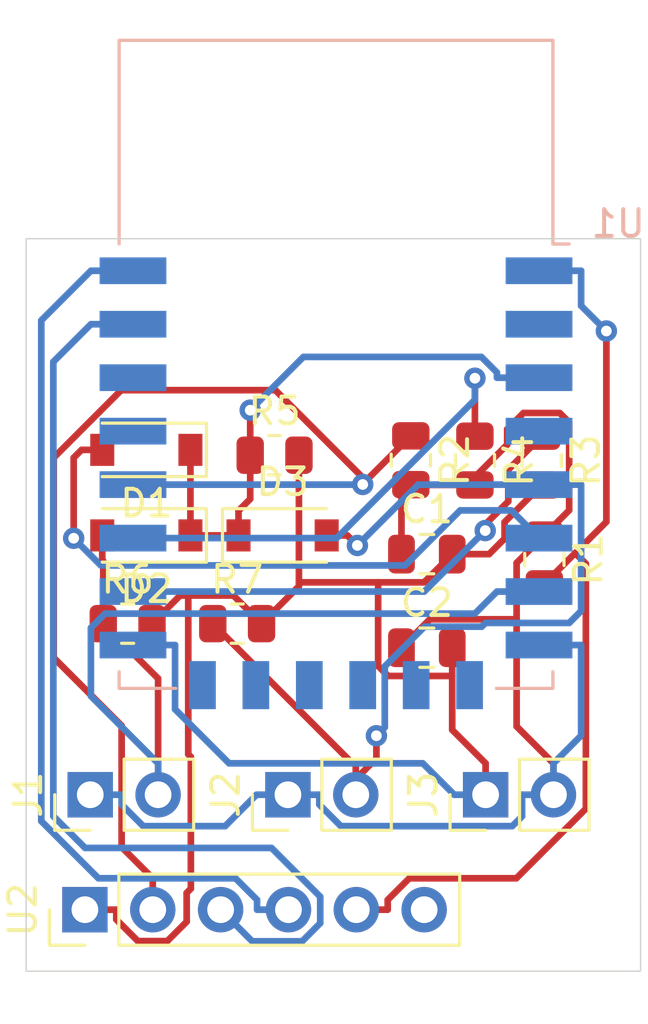
<source format=kicad_pcb>
(kicad_pcb (version 20171130) (host pcbnew "(5.1.9)-1")

  (general
    (thickness 1.6)
    (drawings 7)
    (tracks 186)
    (zones 0)
    (modules 17)
    (nets 13)
  )

  (page A4)
  (layers
    (0 F.Cu signal)
    (31 B.Cu signal)
    (32 B.Adhes user)
    (33 F.Adhes user)
    (34 B.Paste user)
    (35 F.Paste user)
    (36 B.SilkS user)
    (37 F.SilkS user)
    (38 B.Mask user)
    (39 F.Mask user)
    (40 Dwgs.User user)
    (41 Cmts.User user)
    (42 Eco1.User user)
    (43 Eco2.User user)
    (44 Edge.Cuts user)
    (45 Margin user)
    (46 B.CrtYd user)
    (47 F.CrtYd user)
    (48 B.Fab user)
    (49 F.Fab user)
  )

  (setup
    (last_trace_width 0.25)
    (trace_clearance 0.2)
    (zone_clearance 0.508)
    (zone_45_only no)
    (trace_min 0.2)
    (via_size 0.8)
    (via_drill 0.4)
    (via_min_size 0.4)
    (via_min_drill 0.3)
    (uvia_size 0.3)
    (uvia_drill 0.1)
    (uvias_allowed no)
    (uvia_min_size 0.2)
    (uvia_min_drill 0.1)
    (edge_width 0.05)
    (segment_width 0.2)
    (pcb_text_width 0.3)
    (pcb_text_size 1.5 1.5)
    (mod_edge_width 0.12)
    (mod_text_size 1 1)
    (mod_text_width 0.15)
    (pad_size 1.524 1.524)
    (pad_drill 0.762)
    (pad_to_mask_clearance 0)
    (aux_axis_origin 0 0)
    (visible_elements 7FFFFFFF)
    (pcbplotparams
      (layerselection 0x010fc_ffffffff)
      (usegerberextensions false)
      (usegerberattributes true)
      (usegerberadvancedattributes true)
      (creategerberjobfile true)
      (excludeedgelayer true)
      (linewidth 0.100000)
      (plotframeref false)
      (viasonmask false)
      (mode 1)
      (useauxorigin false)
      (hpglpennumber 1)
      (hpglpenspeed 20)
      (hpglpendiameter 15.000000)
      (psnegative false)
      (psa4output false)
      (plotreference true)
      (plotvalue true)
      (plotinvisibletext false)
      (padsonsilk false)
      (subtractmaskfromsilk false)
      (outputformat 1)
      (mirror false)
      (drillshape 1)
      (scaleselection 1)
      (outputdirectory ""))
  )

  (net 0 "")
  (net 1 GND)
  (net 2 +3V3)
  (net 3 /CH_PD)
  (net 4 /GPIO12)
  (net 5 /GPIO13)
  (net 6 /GPIO14)
  (net 7 "Net-(R3-Pad1)")
  (net 8 "Net-(R4-Pad1)")
  (net 9 /RST)
  (net 10 /GPIO0)
  (net 11 /RX)
  (net 12 /TX)

  (net_class Default "This is the default net class."
    (clearance 0.2)
    (trace_width 0.25)
    (via_dia 0.8)
    (via_drill 0.4)
    (uvia_dia 0.3)
    (uvia_drill 0.1)
    (add_net +3V3)
    (add_net /CH_PD)
    (add_net /GPIO0)
    (add_net /GPIO12)
    (add_net /GPIO13)
    (add_net /GPIO14)
    (add_net /RST)
    (add_net /RX)
    (add_net /TX)
    (add_net GND)
    (add_net "Net-(R3-Pad1)")
    (add_net "Net-(R4-Pad1)")
  )

  (module Capacitor_SMD:C_0805_2012Metric (layer F.Cu) (tedit 5F68FEEE) (tstamp 60B15FAF)
    (at 177 114.8)
    (descr "Capacitor SMD 0805 (2012 Metric), square (rectangular) end terminal, IPC_7351 nominal, (Body size source: IPC-SM-782 page 76, https://www.pcb-3d.com/wordpress/wp-content/uploads/ipc-sm-782a_amendment_1_and_2.pdf, https://docs.google.com/spreadsheets/d/1BsfQQcO9C6DZCsRaXUlFlo91Tg2WpOkGARC1WS5S8t0/edit?usp=sharing), generated with kicad-footprint-generator")
    (tags capacitor)
    (path /60B6FA1D)
    (attr smd)
    (fp_text reference C1 (at 0 -1.68) (layer F.SilkS)
      (effects (font (size 1 1) (thickness 0.15)))
    )
    (fp_text value 10uF (at 0 1.68) (layer F.Fab)
      (effects (font (size 1 1) (thickness 0.15)))
    )
    (fp_line (start -1 0.625) (end -1 -0.625) (layer F.Fab) (width 0.1))
    (fp_line (start -1 -0.625) (end 1 -0.625) (layer F.Fab) (width 0.1))
    (fp_line (start 1 -0.625) (end 1 0.625) (layer F.Fab) (width 0.1))
    (fp_line (start 1 0.625) (end -1 0.625) (layer F.Fab) (width 0.1))
    (fp_line (start -0.261252 -0.735) (end 0.261252 -0.735) (layer F.SilkS) (width 0.12))
    (fp_line (start -0.261252 0.735) (end 0.261252 0.735) (layer F.SilkS) (width 0.12))
    (fp_line (start -1.7 0.98) (end -1.7 -0.98) (layer F.CrtYd) (width 0.05))
    (fp_line (start -1.7 -0.98) (end 1.7 -0.98) (layer F.CrtYd) (width 0.05))
    (fp_line (start 1.7 -0.98) (end 1.7 0.98) (layer F.CrtYd) (width 0.05))
    (fp_line (start 1.7 0.98) (end -1.7 0.98) (layer F.CrtYd) (width 0.05))
    (fp_text user %R (at 0 0) (layer F.Fab)
      (effects (font (size 0.5 0.5) (thickness 0.08)))
    )
    (pad 2 smd roundrect (at 0.95 0) (size 1 1.45) (layers F.Cu F.Paste F.Mask) (roundrect_rratio 0.25)
      (net 1 GND))
    (pad 1 smd roundrect (at -0.95 0) (size 1 1.45) (layers F.Cu F.Paste F.Mask) (roundrect_rratio 0.25)
      (net 2 +3V3))
    (model ${KISYS3DMOD}/Capacitor_SMD.3dshapes/C_0805_2012Metric.wrl
      (at (xyz 0 0 0))
      (scale (xyz 1 1 1))
      (rotate (xyz 0 0 0))
    )
  )

  (module Capacitor_SMD:C_0805_2012Metric (layer F.Cu) (tedit 5F68FEEE) (tstamp 60B16114)
    (at 177 118.3)
    (descr "Capacitor SMD 0805 (2012 Metric), square (rectangular) end terminal, IPC_7351 nominal, (Body size source: IPC-SM-782 page 76, https://www.pcb-3d.com/wordpress/wp-content/uploads/ipc-sm-782a_amendment_1_and_2.pdf, https://docs.google.com/spreadsheets/d/1BsfQQcO9C6DZCsRaXUlFlo91Tg2WpOkGARC1WS5S8t0/edit?usp=sharing), generated with kicad-footprint-generator")
    (tags capacitor)
    (path /60B72B1E)
    (attr smd)
    (fp_text reference C2 (at 0 -1.68) (layer F.SilkS)
      (effects (font (size 1 1) (thickness 0.15)))
    )
    (fp_text value 100nF (at 0 1.68) (layer F.Fab)
      (effects (font (size 1 1) (thickness 0.15)))
    )
    (fp_line (start 1.7 0.98) (end -1.7 0.98) (layer F.CrtYd) (width 0.05))
    (fp_line (start 1.7 -0.98) (end 1.7 0.98) (layer F.CrtYd) (width 0.05))
    (fp_line (start -1.7 -0.98) (end 1.7 -0.98) (layer F.CrtYd) (width 0.05))
    (fp_line (start -1.7 0.98) (end -1.7 -0.98) (layer F.CrtYd) (width 0.05))
    (fp_line (start -0.261252 0.735) (end 0.261252 0.735) (layer F.SilkS) (width 0.12))
    (fp_line (start -0.261252 -0.735) (end 0.261252 -0.735) (layer F.SilkS) (width 0.12))
    (fp_line (start 1 0.625) (end -1 0.625) (layer F.Fab) (width 0.1))
    (fp_line (start 1 -0.625) (end 1 0.625) (layer F.Fab) (width 0.1))
    (fp_line (start -1 -0.625) (end 1 -0.625) (layer F.Fab) (width 0.1))
    (fp_line (start -1 0.625) (end -1 -0.625) (layer F.Fab) (width 0.1))
    (fp_text user %R (at 0 0) (layer F.Fab)
      (effects (font (size 0.5 0.5) (thickness 0.08)))
    )
    (pad 1 smd roundrect (at -0.95 0) (size 1 1.45) (layers F.Cu F.Paste F.Mask) (roundrect_rratio 0.25)
      (net 2 +3V3))
    (pad 2 smd roundrect (at 0.95 0) (size 1 1.45) (layers F.Cu F.Paste F.Mask) (roundrect_rratio 0.25)
      (net 1 GND))
    (model ${KISYS3DMOD}/Capacitor_SMD.3dshapes/C_0805_2012Metric.wrl
      (at (xyz 0 0 0))
      (scale (xyz 1 1 1))
      (rotate (xyz 0 0 0))
    )
  )

  (module Connector_PinHeader_2.54mm:PinHeader_1x02_P2.54mm_Vertical (layer F.Cu) (tedit 59FED5CC) (tstamp 60B16092)
    (at 164.4 123.8 90)
    (descr "Through hole straight pin header, 1x02, 2.54mm pitch, single row")
    (tags "Through hole pin header THT 1x02 2.54mm single row")
    (path /60B69ADF)
    (fp_text reference J1 (at 0 -2.33 90) (layer F.SilkS)
      (effects (font (size 1 1) (thickness 0.15)))
    )
    (fp_text value Switch_1 (at 0 4.87 90) (layer F.Fab)
      (effects (font (size 1 1) (thickness 0.15)))
    )
    (fp_line (start -0.635 -1.27) (end 1.27 -1.27) (layer F.Fab) (width 0.1))
    (fp_line (start 1.27 -1.27) (end 1.27 3.81) (layer F.Fab) (width 0.1))
    (fp_line (start 1.27 3.81) (end -1.27 3.81) (layer F.Fab) (width 0.1))
    (fp_line (start -1.27 3.81) (end -1.27 -0.635) (layer F.Fab) (width 0.1))
    (fp_line (start -1.27 -0.635) (end -0.635 -1.27) (layer F.Fab) (width 0.1))
    (fp_line (start -1.33 3.87) (end 1.33 3.87) (layer F.SilkS) (width 0.12))
    (fp_line (start -1.33 1.27) (end -1.33 3.87) (layer F.SilkS) (width 0.12))
    (fp_line (start 1.33 1.27) (end 1.33 3.87) (layer F.SilkS) (width 0.12))
    (fp_line (start -1.33 1.27) (end 1.33 1.27) (layer F.SilkS) (width 0.12))
    (fp_line (start -1.33 0) (end -1.33 -1.33) (layer F.SilkS) (width 0.12))
    (fp_line (start -1.33 -1.33) (end 0 -1.33) (layer F.SilkS) (width 0.12))
    (fp_line (start -1.8 -1.8) (end -1.8 4.35) (layer F.CrtYd) (width 0.05))
    (fp_line (start -1.8 4.35) (end 1.8 4.35) (layer F.CrtYd) (width 0.05))
    (fp_line (start 1.8 4.35) (end 1.8 -1.8) (layer F.CrtYd) (width 0.05))
    (fp_line (start 1.8 -1.8) (end -1.8 -1.8) (layer F.CrtYd) (width 0.05))
    (fp_text user %R (at 0 1.27) (layer F.Fab)
      (effects (font (size 1 1) (thickness 0.15)))
    )
    (pad 2 thru_hole oval (at 0 2.54 90) (size 1.7 1.7) (drill 1) (layers *.Cu *.Mask)
      (net 5 /GPIO13))
    (pad 1 thru_hole rect (at 0 0 90) (size 1.7 1.7) (drill 1) (layers *.Cu *.Mask)
      (net 2 +3V3))
    (model ${KISYS3DMOD}/Connector_PinHeader_2.54mm.3dshapes/PinHeader_1x02_P2.54mm_Vertical.wrl
      (at (xyz 0 0 0))
      (scale (xyz 1 1 1))
      (rotate (xyz 0 0 0))
    )
  )

  (module Connector_PinHeader_2.54mm:PinHeader_1x02_P2.54mm_Vertical (layer F.Cu) (tedit 59FED5CC) (tstamp 60B15F2D)
    (at 171.8 123.8 90)
    (descr "Through hole straight pin header, 1x02, 2.54mm pitch, single row")
    (tags "Through hole pin header THT 1x02 2.54mm single row")
    (path /60B5CB01)
    (fp_text reference J2 (at 0 -2.33 90) (layer F.SilkS)
      (effects (font (size 1 1) (thickness 0.15)))
    )
    (fp_text value Switch_2 (at 0 4.87 90) (layer F.Fab)
      (effects (font (size 1 1) (thickness 0.15)))
    )
    (fp_line (start 1.8 -1.8) (end -1.8 -1.8) (layer F.CrtYd) (width 0.05))
    (fp_line (start 1.8 4.35) (end 1.8 -1.8) (layer F.CrtYd) (width 0.05))
    (fp_line (start -1.8 4.35) (end 1.8 4.35) (layer F.CrtYd) (width 0.05))
    (fp_line (start -1.8 -1.8) (end -1.8 4.35) (layer F.CrtYd) (width 0.05))
    (fp_line (start -1.33 -1.33) (end 0 -1.33) (layer F.SilkS) (width 0.12))
    (fp_line (start -1.33 0) (end -1.33 -1.33) (layer F.SilkS) (width 0.12))
    (fp_line (start -1.33 1.27) (end 1.33 1.27) (layer F.SilkS) (width 0.12))
    (fp_line (start 1.33 1.27) (end 1.33 3.87) (layer F.SilkS) (width 0.12))
    (fp_line (start -1.33 1.27) (end -1.33 3.87) (layer F.SilkS) (width 0.12))
    (fp_line (start -1.33 3.87) (end 1.33 3.87) (layer F.SilkS) (width 0.12))
    (fp_line (start -1.27 -0.635) (end -0.635 -1.27) (layer F.Fab) (width 0.1))
    (fp_line (start -1.27 3.81) (end -1.27 -0.635) (layer F.Fab) (width 0.1))
    (fp_line (start 1.27 3.81) (end -1.27 3.81) (layer F.Fab) (width 0.1))
    (fp_line (start 1.27 -1.27) (end 1.27 3.81) (layer F.Fab) (width 0.1))
    (fp_line (start -0.635 -1.27) (end 1.27 -1.27) (layer F.Fab) (width 0.1))
    (fp_text user %R (at 0 1.27) (layer F.Fab)
      (effects (font (size 1 1) (thickness 0.15)))
    )
    (pad 1 thru_hole rect (at 0 0 90) (size 1.7 1.7) (drill 1) (layers *.Cu *.Mask)
      (net 2 +3V3))
    (pad 2 thru_hole oval (at 0 2.54 90) (size 1.7 1.7) (drill 1) (layers *.Cu *.Mask)
      (net 6 /GPIO14))
    (model ${KISYS3DMOD}/Connector_PinHeader_2.54mm.3dshapes/PinHeader_1x02_P2.54mm_Vertical.wrl
      (at (xyz 0 0 0))
      (scale (xyz 1 1 1))
      (rotate (xyz 0 0 0))
    )
  )

  (module RF_Module:ESP-12E (layer B.Cu) (tedit 5A030172) (tstamp 60B16009)
    (at 173.6 107.7 180)
    (descr "Wi-Fi Module, http://wiki.ai-thinker.com/_media/esp8266/docs/aithinker_esp_12f_datasheet_en.pdf")
    (tags "Wi-Fi Module")
    (path /60AE687C)
    (attr smd)
    (fp_text reference U1 (at -10.56 5.26) (layer B.SilkS)
      (effects (font (size 1 1) (thickness 0.15)) (justify mirror))
    )
    (fp_text value ESP-12F (at -0.06 12.78) (layer B.Fab)
      (effects (font (size 1 1) (thickness 0.15)) (justify mirror))
    )
    (fp_line (start 5.56 4.8) (end 8.12 7.36) (layer Dwgs.User) (width 0.12))
    (fp_line (start 2.56 4.8) (end 8.12 10.36) (layer Dwgs.User) (width 0.12))
    (fp_line (start -0.44 4.8) (end 6.88 12.12) (layer Dwgs.User) (width 0.12))
    (fp_line (start -3.44 4.8) (end 3.88 12.12) (layer Dwgs.User) (width 0.12))
    (fp_line (start -6.44 4.8) (end 0.88 12.12) (layer Dwgs.User) (width 0.12))
    (fp_line (start -8.12 6.12) (end -2.12 12.12) (layer Dwgs.User) (width 0.12))
    (fp_line (start -8.12 9.12) (end -5.12 12.12) (layer Dwgs.User) (width 0.12))
    (fp_line (start -8.12 4.8) (end -8.12 12.12) (layer Dwgs.User) (width 0.12))
    (fp_line (start 8.12 4.8) (end -8.12 4.8) (layer Dwgs.User) (width 0.12))
    (fp_line (start 8.12 12.12) (end 8.12 4.8) (layer Dwgs.User) (width 0.12))
    (fp_line (start -8.12 12.12) (end 8.12 12.12) (layer Dwgs.User) (width 0.12))
    (fp_line (start -8.12 4.5) (end -8.73 4.5) (layer B.SilkS) (width 0.12))
    (fp_line (start -8.12 4.5) (end -8.12 12.12) (layer B.SilkS) (width 0.12))
    (fp_line (start -8.12 -12.12) (end -8.12 -11.5) (layer B.SilkS) (width 0.12))
    (fp_line (start -6 -12.12) (end -8.12 -12.12) (layer B.SilkS) (width 0.12))
    (fp_line (start 8.12 -12.12) (end 6 -12.12) (layer B.SilkS) (width 0.12))
    (fp_line (start 8.12 -11.5) (end 8.12 -12.12) (layer B.SilkS) (width 0.12))
    (fp_line (start 8.12 12.12) (end 8.12 4.5) (layer B.SilkS) (width 0.12))
    (fp_line (start -8.12 12.12) (end 8.12 12.12) (layer B.SilkS) (width 0.12))
    (fp_line (start -9.05 -13.1) (end -9.05 12.2) (layer B.CrtYd) (width 0.05))
    (fp_line (start 9.05 -13.1) (end -9.05 -13.1) (layer B.CrtYd) (width 0.05))
    (fp_line (start 9.05 12.2) (end 9.05 -13.1) (layer B.CrtYd) (width 0.05))
    (fp_line (start -9.05 12.2) (end 9.05 12.2) (layer B.CrtYd) (width 0.05))
    (fp_line (start -8 4) (end -8 12) (layer B.Fab) (width 0.12))
    (fp_line (start -7.5 3.5) (end -8 4) (layer B.Fab) (width 0.12))
    (fp_line (start -8 3) (end -7.5 3.5) (layer B.Fab) (width 0.12))
    (fp_line (start -8 -12) (end -8 3) (layer B.Fab) (width 0.12))
    (fp_line (start 8 -12) (end -8 -12) (layer B.Fab) (width 0.12))
    (fp_line (start 8 12) (end 8 -12) (layer B.Fab) (width 0.12))
    (fp_line (start -8 12) (end 8 12) (layer B.Fab) (width 0.12))
    (fp_text user Antenna (at -0.06 7 180) (layer Cmts.User)
      (effects (font (size 1 1) (thickness 0.15)))
    )
    (fp_text user "KEEP-OUT ZONE" (at 0.03 9.55 180) (layer Cmts.User)
      (effects (font (size 1 1) (thickness 0.15)))
    )
    (fp_text user %R (at 0.49 0.8) (layer B.Fab)
      (effects (font (size 1 1) (thickness 0.15)) (justify mirror))
    )
    (pad 1 smd rect (at -7.6 3.5 180) (size 2.5 1) (layers B.Cu B.Paste B.Mask)
      (net 9 /RST))
    (pad 2 smd rect (at -7.6 1.5 180) (size 2.5 1) (layers B.Cu B.Paste B.Mask))
    (pad 3 smd rect (at -7.6 -0.5 180) (size 2.5 1) (layers B.Cu B.Paste B.Mask)
      (net 3 /CH_PD))
    (pad 4 smd rect (at -7.6 -2.5 180) (size 2.5 1) (layers B.Cu B.Paste B.Mask))
    (pad 5 smd rect (at -7.6 -4.5 180) (size 2.5 1) (layers B.Cu B.Paste B.Mask)
      (net 6 /GPIO14))
    (pad 6 smd rect (at -7.6 -6.5 180) (size 2.5 1) (layers B.Cu B.Paste B.Mask)
      (net 4 /GPIO12))
    (pad 7 smd rect (at -7.6 -8.5 180) (size 2.5 1) (layers B.Cu B.Paste B.Mask)
      (net 5 /GPIO13))
    (pad 8 smd rect (at -7.6 -10.5 180) (size 2.5 1) (layers B.Cu B.Paste B.Mask)
      (net 2 +3V3))
    (pad 9 smd rect (at -5 -12 180) (size 1 1.8) (layers B.Cu B.Paste B.Mask))
    (pad 10 smd rect (at -3 -12 180) (size 1 1.8) (layers B.Cu B.Paste B.Mask))
    (pad 11 smd rect (at -1 -12 180) (size 1 1.8) (layers B.Cu B.Paste B.Mask))
    (pad 12 smd rect (at 1 -12 180) (size 1 1.8) (layers B.Cu B.Paste B.Mask))
    (pad 13 smd rect (at 3 -12 180) (size 1 1.8) (layers B.Cu B.Paste B.Mask))
    (pad 14 smd rect (at 5 -12 180) (size 1 1.8) (layers B.Cu B.Paste B.Mask))
    (pad 15 smd rect (at 7.6 -10.5 180) (size 2.5 1) (layers B.Cu B.Paste B.Mask)
      (net 1 GND))
    (pad 16 smd rect (at 7.6 -8.5 180) (size 2.5 1) (layers B.Cu B.Paste B.Mask)
      (net 7 "Net-(R3-Pad1)"))
    (pad 17 smd rect (at 7.6 -6.5 180) (size 2.5 1) (layers B.Cu B.Paste B.Mask)
      (net 8 "Net-(R4-Pad1)"))
    (pad 18 smd rect (at 7.6 -4.5 180) (size 2.5 1) (layers B.Cu B.Paste B.Mask)
      (net 10 /GPIO0))
    (pad 19 smd rect (at 7.6 -2.5 180) (size 2.5 1) (layers B.Cu B.Paste B.Mask))
    (pad 20 smd rect (at 7.6 -0.5 180) (size 2.5 1) (layers B.Cu B.Paste B.Mask))
    (pad 21 smd rect (at 7.6 1.5 180) (size 2.5 1) (layers B.Cu B.Paste B.Mask)
      (net 11 /RX))
    (pad 22 smd rect (at 7.6 3.5 180) (size 2.5 1) (layers B.Cu B.Paste B.Mask)
      (net 12 /TX))
    (model ${KISYS3DMOD}/RF_Module.3dshapes/ESP-12E.wrl
      (at (xyz 0 0 0))
      (scale (xyz 1 1 1))
      (rotate (xyz 0 0 0))
    )
  )

  (module Connector_PinHeader_2.54mm:PinHeader_1x02_P2.54mm_Vertical (layer F.Cu) (tedit 59FED5CC) (tstamp 60B15EA6)
    (at 179.2 123.8 90)
    (descr "Through hole straight pin header, 1x02, 2.54mm pitch, single row")
    (tags "Through hole pin header THT 1x02 2.54mm single row")
    (path /60BC9D92)
    (fp_text reference J3 (at 0 -2.33 90) (layer F.SilkS)
      (effects (font (size 1 1) (thickness 0.15)))
    )
    (fp_text value Battery (at 0 4.87 90) (layer F.Fab)
      (effects (font (size 1 1) (thickness 0.15)))
    )
    (fp_line (start -0.635 -1.27) (end 1.27 -1.27) (layer F.Fab) (width 0.1))
    (fp_line (start 1.27 -1.27) (end 1.27 3.81) (layer F.Fab) (width 0.1))
    (fp_line (start 1.27 3.81) (end -1.27 3.81) (layer F.Fab) (width 0.1))
    (fp_line (start -1.27 3.81) (end -1.27 -0.635) (layer F.Fab) (width 0.1))
    (fp_line (start -1.27 -0.635) (end -0.635 -1.27) (layer F.Fab) (width 0.1))
    (fp_line (start -1.33 3.87) (end 1.33 3.87) (layer F.SilkS) (width 0.12))
    (fp_line (start -1.33 1.27) (end -1.33 3.87) (layer F.SilkS) (width 0.12))
    (fp_line (start 1.33 1.27) (end 1.33 3.87) (layer F.SilkS) (width 0.12))
    (fp_line (start -1.33 1.27) (end 1.33 1.27) (layer F.SilkS) (width 0.12))
    (fp_line (start -1.33 0) (end -1.33 -1.33) (layer F.SilkS) (width 0.12))
    (fp_line (start -1.33 -1.33) (end 0 -1.33) (layer F.SilkS) (width 0.12))
    (fp_line (start -1.8 -1.8) (end -1.8 4.35) (layer F.CrtYd) (width 0.05))
    (fp_line (start -1.8 4.35) (end 1.8 4.35) (layer F.CrtYd) (width 0.05))
    (fp_line (start 1.8 4.35) (end 1.8 -1.8) (layer F.CrtYd) (width 0.05))
    (fp_line (start 1.8 -1.8) (end -1.8 -1.8) (layer F.CrtYd) (width 0.05))
    (fp_text user %R (at 0 1.27) (layer F.Fab)
      (effects (font (size 1 1) (thickness 0.15)))
    )
    (pad 1 thru_hole rect (at 0 0 90) (size 1.7 1.7) (drill 1) (layers *.Cu *.Mask)
      (net 1 GND))
    (pad 2 thru_hole oval (at 0 2.54 90) (size 1.7 1.7) (drill 1) (layers *.Cu *.Mask)
      (net 2 +3V3))
    (model ${KISYS3DMOD}/Connector_PinHeader_2.54mm.3dshapes/PinHeader_1x02_P2.54mm_Vertical.wrl
      (at (xyz 0 0 0))
      (scale (xyz 1 1 1))
      (rotate (xyz 0 0 0))
    )
  )

  (module Diode_SMD:D_SOD-123 (layer F.Cu) (tedit 58645DC7) (tstamp 60B15F6F)
    (at 166.5 110.9 180)
    (descr SOD-123)
    (tags SOD-123)
    (path /60B242E1)
    (attr smd)
    (fp_text reference D1 (at 0 -2) (layer F.SilkS)
      (effects (font (size 1 1) (thickness 0.15)))
    )
    (fp_text value 1N4007 (at 0 2.1) (layer F.Fab)
      (effects (font (size 1 1) (thickness 0.15)))
    )
    (fp_line (start -2.25 -1) (end -2.25 1) (layer F.SilkS) (width 0.12))
    (fp_line (start 0.25 0) (end 0.75 0) (layer F.Fab) (width 0.1))
    (fp_line (start 0.25 0.4) (end -0.35 0) (layer F.Fab) (width 0.1))
    (fp_line (start 0.25 -0.4) (end 0.25 0.4) (layer F.Fab) (width 0.1))
    (fp_line (start -0.35 0) (end 0.25 -0.4) (layer F.Fab) (width 0.1))
    (fp_line (start -0.35 0) (end -0.35 0.55) (layer F.Fab) (width 0.1))
    (fp_line (start -0.35 0) (end -0.35 -0.55) (layer F.Fab) (width 0.1))
    (fp_line (start -0.75 0) (end -0.35 0) (layer F.Fab) (width 0.1))
    (fp_line (start -1.4 0.9) (end -1.4 -0.9) (layer F.Fab) (width 0.1))
    (fp_line (start 1.4 0.9) (end -1.4 0.9) (layer F.Fab) (width 0.1))
    (fp_line (start 1.4 -0.9) (end 1.4 0.9) (layer F.Fab) (width 0.1))
    (fp_line (start -1.4 -0.9) (end 1.4 -0.9) (layer F.Fab) (width 0.1))
    (fp_line (start -2.35 -1.15) (end 2.35 -1.15) (layer F.CrtYd) (width 0.05))
    (fp_line (start 2.35 -1.15) (end 2.35 1.15) (layer F.CrtYd) (width 0.05))
    (fp_line (start 2.35 1.15) (end -2.35 1.15) (layer F.CrtYd) (width 0.05))
    (fp_line (start -2.35 -1.15) (end -2.35 1.15) (layer F.CrtYd) (width 0.05))
    (fp_line (start -2.25 1) (end 1.65 1) (layer F.SilkS) (width 0.12))
    (fp_line (start -2.25 -1) (end 1.65 -1) (layer F.SilkS) (width 0.12))
    (fp_text user %R (at 0 -2) (layer F.Fab)
      (effects (font (size 1 1) (thickness 0.15)))
    )
    (pad 1 smd rect (at -1.65 0 180) (size 0.9 1.2) (layers F.Cu F.Paste F.Mask)
      (net 3 /CH_PD))
    (pad 2 smd rect (at 1.65 0 180) (size 0.9 1.2) (layers F.Cu F.Paste F.Mask)
      (net 4 /GPIO12))
    (model ${KISYS3DMOD}/Diode_SMD.3dshapes/D_SOD-123.wrl
      (at (xyz 0 0 0))
      (scale (xyz 1 1 1))
      (rotate (xyz 0 0 0))
    )
  )

  (module Diode_SMD:D_SOD-123 (layer F.Cu) (tedit 58645DC7) (tstamp 60B15EE8)
    (at 166.5 114.1 180)
    (descr SOD-123)
    (tags SOD-123)
    (path /60B221AD)
    (attr smd)
    (fp_text reference D2 (at 0 -2) (layer F.SilkS)
      (effects (font (size 1 1) (thickness 0.15)))
    )
    (fp_text value 1N4007 (at 0 2.1) (layer F.Fab)
      (effects (font (size 1 1) (thickness 0.15)))
    )
    (fp_line (start -2.25 -1) (end -2.25 1) (layer F.SilkS) (width 0.12))
    (fp_line (start 0.25 0) (end 0.75 0) (layer F.Fab) (width 0.1))
    (fp_line (start 0.25 0.4) (end -0.35 0) (layer F.Fab) (width 0.1))
    (fp_line (start 0.25 -0.4) (end 0.25 0.4) (layer F.Fab) (width 0.1))
    (fp_line (start -0.35 0) (end 0.25 -0.4) (layer F.Fab) (width 0.1))
    (fp_line (start -0.35 0) (end -0.35 0.55) (layer F.Fab) (width 0.1))
    (fp_line (start -0.35 0) (end -0.35 -0.55) (layer F.Fab) (width 0.1))
    (fp_line (start -0.75 0) (end -0.35 0) (layer F.Fab) (width 0.1))
    (fp_line (start -1.4 0.9) (end -1.4 -0.9) (layer F.Fab) (width 0.1))
    (fp_line (start 1.4 0.9) (end -1.4 0.9) (layer F.Fab) (width 0.1))
    (fp_line (start 1.4 -0.9) (end 1.4 0.9) (layer F.Fab) (width 0.1))
    (fp_line (start -1.4 -0.9) (end 1.4 -0.9) (layer F.Fab) (width 0.1))
    (fp_line (start -2.35 -1.15) (end 2.35 -1.15) (layer F.CrtYd) (width 0.05))
    (fp_line (start 2.35 -1.15) (end 2.35 1.15) (layer F.CrtYd) (width 0.05))
    (fp_line (start 2.35 1.15) (end -2.35 1.15) (layer F.CrtYd) (width 0.05))
    (fp_line (start -2.35 -1.15) (end -2.35 1.15) (layer F.CrtYd) (width 0.05))
    (fp_line (start -2.25 1) (end 1.65 1) (layer F.SilkS) (width 0.12))
    (fp_line (start -2.25 -1) (end 1.65 -1) (layer F.SilkS) (width 0.12))
    (fp_text user %R (at 0 -2) (layer F.Fab)
      (effects (font (size 1 1) (thickness 0.15)))
    )
    (pad 1 smd rect (at -1.65 0 180) (size 0.9 1.2) (layers F.Cu F.Paste F.Mask)
      (net 3 /CH_PD))
    (pad 2 smd rect (at 1.65 0 180) (size 0.9 1.2) (layers F.Cu F.Paste F.Mask)
      (net 5 /GPIO13))
    (model ${KISYS3DMOD}/Diode_SMD.3dshapes/D_SOD-123.wrl
      (at (xyz 0 0 0))
      (scale (xyz 1 1 1))
      (rotate (xyz 0 0 0))
    )
  )

  (module Diode_SMD:D_SOD-123 (layer F.Cu) (tedit 58645DC7) (tstamp 60B160D4)
    (at 171.6 114.1)
    (descr SOD-123)
    (tags SOD-123)
    (path /60B23F6F)
    (attr smd)
    (fp_text reference D3 (at 0 -2) (layer F.SilkS)
      (effects (font (size 1 1) (thickness 0.15)))
    )
    (fp_text value 1N4007 (at 0 2.1) (layer F.Fab)
      (effects (font (size 1 1) (thickness 0.15)))
    )
    (fp_line (start -2.25 -1) (end 1.65 -1) (layer F.SilkS) (width 0.12))
    (fp_line (start -2.25 1) (end 1.65 1) (layer F.SilkS) (width 0.12))
    (fp_line (start -2.35 -1.15) (end -2.35 1.15) (layer F.CrtYd) (width 0.05))
    (fp_line (start 2.35 1.15) (end -2.35 1.15) (layer F.CrtYd) (width 0.05))
    (fp_line (start 2.35 -1.15) (end 2.35 1.15) (layer F.CrtYd) (width 0.05))
    (fp_line (start -2.35 -1.15) (end 2.35 -1.15) (layer F.CrtYd) (width 0.05))
    (fp_line (start -1.4 -0.9) (end 1.4 -0.9) (layer F.Fab) (width 0.1))
    (fp_line (start 1.4 -0.9) (end 1.4 0.9) (layer F.Fab) (width 0.1))
    (fp_line (start 1.4 0.9) (end -1.4 0.9) (layer F.Fab) (width 0.1))
    (fp_line (start -1.4 0.9) (end -1.4 -0.9) (layer F.Fab) (width 0.1))
    (fp_line (start -0.75 0) (end -0.35 0) (layer F.Fab) (width 0.1))
    (fp_line (start -0.35 0) (end -0.35 -0.55) (layer F.Fab) (width 0.1))
    (fp_line (start -0.35 0) (end -0.35 0.55) (layer F.Fab) (width 0.1))
    (fp_line (start -0.35 0) (end 0.25 -0.4) (layer F.Fab) (width 0.1))
    (fp_line (start 0.25 -0.4) (end 0.25 0.4) (layer F.Fab) (width 0.1))
    (fp_line (start 0.25 0.4) (end -0.35 0) (layer F.Fab) (width 0.1))
    (fp_line (start 0.25 0) (end 0.75 0) (layer F.Fab) (width 0.1))
    (fp_line (start -2.25 -1) (end -2.25 1) (layer F.SilkS) (width 0.12))
    (fp_text user %R (at 0 -2) (layer F.Fab)
      (effects (font (size 1 1) (thickness 0.15)))
    )
    (pad 2 smd rect (at 1.65 0) (size 0.9 1.2) (layers F.Cu F.Paste F.Mask)
      (net 6 /GPIO14))
    (pad 1 smd rect (at -1.65 0) (size 0.9 1.2) (layers F.Cu F.Paste F.Mask)
      (net 3 /CH_PD))
    (model ${KISYS3DMOD}/Diode_SMD.3dshapes/D_SOD-123.wrl
      (at (xyz 0 0 0))
      (scale (xyz 1 1 1))
      (rotate (xyz 0 0 0))
    )
  )

  (module Resistor_SMD:R_0805_2012Metric (layer F.Cu) (tedit 5F68FEEE) (tstamp 60B15E71)
    (at 181.4 115 270)
    (descr "Resistor SMD 0805 (2012 Metric), square (rectangular) end terminal, IPC_7351 nominal, (Body size source: IPC-SM-782 page 72, https://www.pcb-3d.com/wordpress/wp-content/uploads/ipc-sm-782a_amendment_1_and_2.pdf), generated with kicad-footprint-generator")
    (tags resistor)
    (path /60B16984)
    (attr smd)
    (fp_text reference R1 (at 0 -1.65 90) (layer F.SilkS)
      (effects (font (size 1 1) (thickness 0.15)))
    )
    (fp_text value 10k (at 0 1.65 90) (layer F.Fab)
      (effects (font (size 1 1) (thickness 0.15)))
    )
    (fp_line (start -1 0.625) (end -1 -0.625) (layer F.Fab) (width 0.1))
    (fp_line (start -1 -0.625) (end 1 -0.625) (layer F.Fab) (width 0.1))
    (fp_line (start 1 -0.625) (end 1 0.625) (layer F.Fab) (width 0.1))
    (fp_line (start 1 0.625) (end -1 0.625) (layer F.Fab) (width 0.1))
    (fp_line (start -0.227064 -0.735) (end 0.227064 -0.735) (layer F.SilkS) (width 0.12))
    (fp_line (start -0.227064 0.735) (end 0.227064 0.735) (layer F.SilkS) (width 0.12))
    (fp_line (start -1.68 0.95) (end -1.68 -0.95) (layer F.CrtYd) (width 0.05))
    (fp_line (start -1.68 -0.95) (end 1.68 -0.95) (layer F.CrtYd) (width 0.05))
    (fp_line (start 1.68 -0.95) (end 1.68 0.95) (layer F.CrtYd) (width 0.05))
    (fp_line (start 1.68 0.95) (end -1.68 0.95) (layer F.CrtYd) (width 0.05))
    (fp_text user %R (at 0 0 90) (layer F.Fab)
      (effects (font (size 0.5 0.5) (thickness 0.08)))
    )
    (pad 1 smd roundrect (at -0.9125 0 270) (size 1.025 1.4) (layers F.Cu F.Paste F.Mask) (roundrect_rratio 0.243902)
      (net 2 +3V3))
    (pad 2 smd roundrect (at 0.9125 0 270) (size 1.025 1.4) (layers F.Cu F.Paste F.Mask) (roundrect_rratio 0.243902)
      (net 9 /RST))
    (model ${KISYS3DMOD}/Resistor_SMD.3dshapes/R_0805_2012Metric.wrl
      (at (xyz 0 0 0))
      (scale (xyz 1 1 1))
      (rotate (xyz 0 0 0))
    )
  )

  (module Resistor_SMD:R_0805_2012Metric (layer F.Cu) (tedit 5F68FEEE) (tstamp 60B15DE1)
    (at 176.4 111.288 270)
    (descr "Resistor SMD 0805 (2012 Metric), square (rectangular) end terminal, IPC_7351 nominal, (Body size source: IPC-SM-782 page 72, https://www.pcb-3d.com/wordpress/wp-content/uploads/ipc-sm-782a_amendment_1_and_2.pdf), generated with kicad-footprint-generator")
    (tags resistor)
    (path /60B5027F)
    (attr smd)
    (fp_text reference R2 (at 0 -1.65 90) (layer F.SilkS)
      (effects (font (size 1 1) (thickness 0.15)))
    )
    (fp_text value 10k (at 0 1.65 90) (layer F.Fab)
      (effects (font (size 1 1) (thickness 0.15)))
    )
    (fp_line (start 1.68 0.95) (end -1.68 0.95) (layer F.CrtYd) (width 0.05))
    (fp_line (start 1.68 -0.95) (end 1.68 0.95) (layer F.CrtYd) (width 0.05))
    (fp_line (start -1.68 -0.95) (end 1.68 -0.95) (layer F.CrtYd) (width 0.05))
    (fp_line (start -1.68 0.95) (end -1.68 -0.95) (layer F.CrtYd) (width 0.05))
    (fp_line (start -0.227064 0.735) (end 0.227064 0.735) (layer F.SilkS) (width 0.12))
    (fp_line (start -0.227064 -0.735) (end 0.227064 -0.735) (layer F.SilkS) (width 0.12))
    (fp_line (start 1 0.625) (end -1 0.625) (layer F.Fab) (width 0.1))
    (fp_line (start 1 -0.625) (end 1 0.625) (layer F.Fab) (width 0.1))
    (fp_line (start -1 -0.625) (end 1 -0.625) (layer F.Fab) (width 0.1))
    (fp_line (start -1 0.625) (end -1 -0.625) (layer F.Fab) (width 0.1))
    (fp_text user %R (at 0 0 90) (layer F.Fab)
      (effects (font (size 0.5 0.5) (thickness 0.08)))
    )
    (pad 2 smd roundrect (at 0.9125 0 270) (size 1.025 1.4) (layers F.Cu F.Paste F.Mask) (roundrect_rratio 0.243902)
      (net 2 +3V3))
    (pad 1 smd roundrect (at -0.9125 0 270) (size 1.025 1.4) (layers F.Cu F.Paste F.Mask) (roundrect_rratio 0.243902)
      (net 10 /GPIO0))
    (model ${KISYS3DMOD}/Resistor_SMD.3dshapes/R_0805_2012Metric.wrl
      (at (xyz 0 0 0))
      (scale (xyz 1 1 1))
      (rotate (xyz 0 0 0))
    )
  )

  (module Resistor_SMD:R_0805_2012Metric (layer F.Cu) (tedit 5F68FEEE) (tstamp 60B15DB1)
    (at 181.3 111.3 270)
    (descr "Resistor SMD 0805 (2012 Metric), square (rectangular) end terminal, IPC_7351 nominal, (Body size source: IPC-SM-782 page 72, https://www.pcb-3d.com/wordpress/wp-content/uploads/ipc-sm-782a_amendment_1_and_2.pdf), generated with kicad-footprint-generator")
    (tags resistor)
    (path /60B1CEA6)
    (attr smd)
    (fp_text reference R3 (at 0 -1.65 90) (layer F.SilkS)
      (effects (font (size 1 1) (thickness 0.15)))
    )
    (fp_text value 10k (at 0 1.65 90) (layer F.Fab)
      (effects (font (size 1 1) (thickness 0.15)))
    )
    (fp_line (start -1 0.625) (end -1 -0.625) (layer F.Fab) (width 0.1))
    (fp_line (start -1 -0.625) (end 1 -0.625) (layer F.Fab) (width 0.1))
    (fp_line (start 1 -0.625) (end 1 0.625) (layer F.Fab) (width 0.1))
    (fp_line (start 1 0.625) (end -1 0.625) (layer F.Fab) (width 0.1))
    (fp_line (start -0.227064 -0.735) (end 0.227064 -0.735) (layer F.SilkS) (width 0.12))
    (fp_line (start -0.227064 0.735) (end 0.227064 0.735) (layer F.SilkS) (width 0.12))
    (fp_line (start -1.68 0.95) (end -1.68 -0.95) (layer F.CrtYd) (width 0.05))
    (fp_line (start -1.68 -0.95) (end 1.68 -0.95) (layer F.CrtYd) (width 0.05))
    (fp_line (start 1.68 -0.95) (end 1.68 0.95) (layer F.CrtYd) (width 0.05))
    (fp_line (start 1.68 0.95) (end -1.68 0.95) (layer F.CrtYd) (width 0.05))
    (fp_text user %R (at 0 0 90) (layer F.Fab)
      (effects (font (size 0.5 0.5) (thickness 0.08)))
    )
    (pad 1 smd roundrect (at -0.9125 0 270) (size 1.025 1.4) (layers F.Cu F.Paste F.Mask) (roundrect_rratio 0.243902)
      (net 7 "Net-(R3-Pad1)"))
    (pad 2 smd roundrect (at 0.9125 0 270) (size 1.025 1.4) (layers F.Cu F.Paste F.Mask) (roundrect_rratio 0.243902)
      (net 1 GND))
    (model ${KISYS3DMOD}/Resistor_SMD.3dshapes/R_0805_2012Metric.wrl
      (at (xyz 0 0 0))
      (scale (xyz 1 1 1))
      (rotate (xyz 0 0 0))
    )
  )

  (module Resistor_SMD:R_0805_2012Metric (layer F.Cu) (tedit 5F68FEEE) (tstamp 60B15E41)
    (at 178.8 111.3 270)
    (descr "Resistor SMD 0805 (2012 Metric), square (rectangular) end terminal, IPC_7351 nominal, (Body size source: IPC-SM-782 page 72, https://www.pcb-3d.com/wordpress/wp-content/uploads/ipc-sm-782a_amendment_1_and_2.pdf), generated with kicad-footprint-generator")
    (tags resistor)
    (path /60B50B9E)
    (attr smd)
    (fp_text reference R4 (at 0 -1.65 90) (layer F.SilkS)
      (effects (font (size 1 1) (thickness 0.15)))
    )
    (fp_text value 10k (at 0 1.65 90) (layer F.Fab)
      (effects (font (size 1 1) (thickness 0.15)))
    )
    (fp_line (start -1 0.625) (end -1 -0.625) (layer F.Fab) (width 0.1))
    (fp_line (start -1 -0.625) (end 1 -0.625) (layer F.Fab) (width 0.1))
    (fp_line (start 1 -0.625) (end 1 0.625) (layer F.Fab) (width 0.1))
    (fp_line (start 1 0.625) (end -1 0.625) (layer F.Fab) (width 0.1))
    (fp_line (start -0.227064 -0.735) (end 0.227064 -0.735) (layer F.SilkS) (width 0.12))
    (fp_line (start -0.227064 0.735) (end 0.227064 0.735) (layer F.SilkS) (width 0.12))
    (fp_line (start -1.68 0.95) (end -1.68 -0.95) (layer F.CrtYd) (width 0.05))
    (fp_line (start -1.68 -0.95) (end 1.68 -0.95) (layer F.CrtYd) (width 0.05))
    (fp_line (start 1.68 -0.95) (end 1.68 0.95) (layer F.CrtYd) (width 0.05))
    (fp_line (start 1.68 0.95) (end -1.68 0.95) (layer F.CrtYd) (width 0.05))
    (fp_text user %R (at 0 0 90) (layer F.Fab)
      (effects (font (size 0.5 0.5) (thickness 0.08)))
    )
    (pad 1 smd roundrect (at -0.9125 0 270) (size 1.025 1.4) (layers F.Cu F.Paste F.Mask) (roundrect_rratio 0.243902)
      (net 8 "Net-(R4-Pad1)"))
    (pad 2 smd roundrect (at 0.9125 0 270) (size 1.025 1.4) (layers F.Cu F.Paste F.Mask) (roundrect_rratio 0.243902)
      (net 2 +3V3))
    (model ${KISYS3DMOD}/Resistor_SMD.3dshapes/R_0805_2012Metric.wrl
      (at (xyz 0 0 0))
      (scale (xyz 1 1 1))
      (rotate (xyz 0 0 0))
    )
  )

  (module Resistor_SMD:R_0805_2012Metric (layer F.Cu) (tedit 5F68FEEE) (tstamp 60B15D51)
    (at 171.3 111.1)
    (descr "Resistor SMD 0805 (2012 Metric), square (rectangular) end terminal, IPC_7351 nominal, (Body size source: IPC-SM-782 page 72, https://www.pcb-3d.com/wordpress/wp-content/uploads/ipc-sm-782a_amendment_1_and_2.pdf), generated with kicad-footprint-generator")
    (tags resistor)
    (path /60B19B02)
    (attr smd)
    (fp_text reference R5 (at 0 -1.65) (layer F.SilkS)
      (effects (font (size 1 1) (thickness 0.15)))
    )
    (fp_text value 10k (at 0 1.65) (layer F.Fab)
      (effects (font (size 1 1) (thickness 0.15)))
    )
    (fp_line (start 1.68 0.95) (end -1.68 0.95) (layer F.CrtYd) (width 0.05))
    (fp_line (start 1.68 -0.95) (end 1.68 0.95) (layer F.CrtYd) (width 0.05))
    (fp_line (start -1.68 -0.95) (end 1.68 -0.95) (layer F.CrtYd) (width 0.05))
    (fp_line (start -1.68 0.95) (end -1.68 -0.95) (layer F.CrtYd) (width 0.05))
    (fp_line (start -0.227064 0.735) (end 0.227064 0.735) (layer F.SilkS) (width 0.12))
    (fp_line (start -0.227064 -0.735) (end 0.227064 -0.735) (layer F.SilkS) (width 0.12))
    (fp_line (start 1 0.625) (end -1 0.625) (layer F.Fab) (width 0.1))
    (fp_line (start 1 -0.625) (end 1 0.625) (layer F.Fab) (width 0.1))
    (fp_line (start -1 -0.625) (end 1 -0.625) (layer F.Fab) (width 0.1))
    (fp_line (start -1 0.625) (end -1 -0.625) (layer F.Fab) (width 0.1))
    (fp_text user %R (at 0 0) (layer F.Fab)
      (effects (font (size 0.5 0.5) (thickness 0.08)))
    )
    (pad 2 smd roundrect (at 0.9125 0) (size 1.025 1.4) (layers F.Cu F.Paste F.Mask) (roundrect_rratio 0.243902)
      (net 1 GND))
    (pad 1 smd roundrect (at -0.9125 0) (size 1.025 1.4) (layers F.Cu F.Paste F.Mask) (roundrect_rratio 0.243902)
      (net 3 /CH_PD))
    (model ${KISYS3DMOD}/Resistor_SMD.3dshapes/R_0805_2012Metric.wrl
      (at (xyz 0 0 0))
      (scale (xyz 1 1 1))
      (rotate (xyz 0 0 0))
    )
  )

  (module Resistor_SMD:R_0805_2012Metric (layer F.Cu) (tedit 5F68FEEE) (tstamp 60B15E11)
    (at 165.8 117.4)
    (descr "Resistor SMD 0805 (2012 Metric), square (rectangular) end terminal, IPC_7351 nominal, (Body size source: IPC-SM-782 page 72, https://www.pcb-3d.com/wordpress/wp-content/uploads/ipc-sm-782a_amendment_1_and_2.pdf), generated with kicad-footprint-generator")
    (tags resistor)
    (path /60B3CBFB)
    (attr smd)
    (fp_text reference R6 (at 0 -1.65) (layer F.SilkS)
      (effects (font (size 1 1) (thickness 0.15)))
    )
    (fp_text value 10k (at 0 1.65) (layer F.Fab)
      (effects (font (size 1 1) (thickness 0.15)))
    )
    (fp_line (start 1.68 0.95) (end -1.68 0.95) (layer F.CrtYd) (width 0.05))
    (fp_line (start 1.68 -0.95) (end 1.68 0.95) (layer F.CrtYd) (width 0.05))
    (fp_line (start -1.68 -0.95) (end 1.68 -0.95) (layer F.CrtYd) (width 0.05))
    (fp_line (start -1.68 0.95) (end -1.68 -0.95) (layer F.CrtYd) (width 0.05))
    (fp_line (start -0.227064 0.735) (end 0.227064 0.735) (layer F.SilkS) (width 0.12))
    (fp_line (start -0.227064 -0.735) (end 0.227064 -0.735) (layer F.SilkS) (width 0.12))
    (fp_line (start 1 0.625) (end -1 0.625) (layer F.Fab) (width 0.1))
    (fp_line (start 1 -0.625) (end 1 0.625) (layer F.Fab) (width 0.1))
    (fp_line (start -1 -0.625) (end 1 -0.625) (layer F.Fab) (width 0.1))
    (fp_line (start -1 0.625) (end -1 -0.625) (layer F.Fab) (width 0.1))
    (fp_text user %R (at 0 0) (layer F.Fab)
      (effects (font (size 0.5 0.5) (thickness 0.08)))
    )
    (pad 2 smd roundrect (at 0.9125 0) (size 1.025 1.4) (layers F.Cu F.Paste F.Mask) (roundrect_rratio 0.243902)
      (net 1 GND))
    (pad 1 smd roundrect (at -0.9125 0) (size 1.025 1.4) (layers F.Cu F.Paste F.Mask) (roundrect_rratio 0.243902)
      (net 5 /GPIO13))
    (model ${KISYS3DMOD}/Resistor_SMD.3dshapes/R_0805_2012Metric.wrl
      (at (xyz 0 0 0))
      (scale (xyz 1 1 1))
      (rotate (xyz 0 0 0))
    )
  )

  (module Resistor_SMD:R_0805_2012Metric (layer F.Cu) (tedit 5F68FEEE) (tstamp 60B15D81)
    (at 169.9 117.4)
    (descr "Resistor SMD 0805 (2012 Metric), square (rectangular) end terminal, IPC_7351 nominal, (Body size source: IPC-SM-782 page 72, https://www.pcb-3d.com/wordpress/wp-content/uploads/ipc-sm-782a_amendment_1_and_2.pdf), generated with kicad-footprint-generator")
    (tags resistor)
    (path /60B42581)
    (attr smd)
    (fp_text reference R7 (at 0 -1.65) (layer F.SilkS)
      (effects (font (size 1 1) (thickness 0.15)))
    )
    (fp_text value 10k (at 0 1.65) (layer F.Fab)
      (effects (font (size 1 1) (thickness 0.15)))
    )
    (fp_line (start -1 0.625) (end -1 -0.625) (layer F.Fab) (width 0.1))
    (fp_line (start -1 -0.625) (end 1 -0.625) (layer F.Fab) (width 0.1))
    (fp_line (start 1 -0.625) (end 1 0.625) (layer F.Fab) (width 0.1))
    (fp_line (start 1 0.625) (end -1 0.625) (layer F.Fab) (width 0.1))
    (fp_line (start -0.227064 -0.735) (end 0.227064 -0.735) (layer F.SilkS) (width 0.12))
    (fp_line (start -0.227064 0.735) (end 0.227064 0.735) (layer F.SilkS) (width 0.12))
    (fp_line (start -1.68 0.95) (end -1.68 -0.95) (layer F.CrtYd) (width 0.05))
    (fp_line (start -1.68 -0.95) (end 1.68 -0.95) (layer F.CrtYd) (width 0.05))
    (fp_line (start 1.68 -0.95) (end 1.68 0.95) (layer F.CrtYd) (width 0.05))
    (fp_line (start 1.68 0.95) (end -1.68 0.95) (layer F.CrtYd) (width 0.05))
    (fp_text user %R (at 0 0) (layer F.Fab)
      (effects (font (size 0.5 0.5) (thickness 0.08)))
    )
    (pad 1 smd roundrect (at -0.9125 0) (size 1.025 1.4) (layers F.Cu F.Paste F.Mask) (roundrect_rratio 0.243902)
      (net 6 /GPIO14))
    (pad 2 smd roundrect (at 0.9125 0) (size 1.025 1.4) (layers F.Cu F.Paste F.Mask) (roundrect_rratio 0.243902)
      (net 1 GND))
    (model ${KISYS3DMOD}/Resistor_SMD.3dshapes/R_0805_2012Metric.wrl
      (at (xyz 0 0 0))
      (scale (xyz 1 1 1))
      (rotate (xyz 0 0 0))
    )
  )

  (module Connector_PinHeader_2.54mm:PinHeader_1x06_P2.54mm_Vertical (layer F.Cu) (tedit 59FED5CC) (tstamp 60B517AD)
    (at 164.2 128.1 90)
    (descr "Through hole straight pin header, 1x06, 2.54mm pitch, single row")
    (tags "Through hole pin header THT 1x06 2.54mm single row")
    (path /60B4E2F6)
    (fp_text reference U2 (at 0 -2.33 90) (layer F.SilkS)
      (effects (font (size 1 1) (thickness 0.15)))
    )
    (fp_text value TTL_to_USB (at 0 15.03 90) (layer F.Fab)
      (effects (font (size 1 1) (thickness 0.15)))
    )
    (fp_line (start 1.8 -1.8) (end -1.8 -1.8) (layer F.CrtYd) (width 0.05))
    (fp_line (start 1.8 14.5) (end 1.8 -1.8) (layer F.CrtYd) (width 0.05))
    (fp_line (start -1.8 14.5) (end 1.8 14.5) (layer F.CrtYd) (width 0.05))
    (fp_line (start -1.8 -1.8) (end -1.8 14.5) (layer F.CrtYd) (width 0.05))
    (fp_line (start -1.33 -1.33) (end 0 -1.33) (layer F.SilkS) (width 0.12))
    (fp_line (start -1.33 0) (end -1.33 -1.33) (layer F.SilkS) (width 0.12))
    (fp_line (start -1.33 1.27) (end 1.33 1.27) (layer F.SilkS) (width 0.12))
    (fp_line (start 1.33 1.27) (end 1.33 14.03) (layer F.SilkS) (width 0.12))
    (fp_line (start -1.33 1.27) (end -1.33 14.03) (layer F.SilkS) (width 0.12))
    (fp_line (start -1.33 14.03) (end 1.33 14.03) (layer F.SilkS) (width 0.12))
    (fp_line (start -1.27 -0.635) (end -0.635 -1.27) (layer F.Fab) (width 0.1))
    (fp_line (start -1.27 13.97) (end -1.27 -0.635) (layer F.Fab) (width 0.1))
    (fp_line (start 1.27 13.97) (end -1.27 13.97) (layer F.Fab) (width 0.1))
    (fp_line (start 1.27 -1.27) (end 1.27 13.97) (layer F.Fab) (width 0.1))
    (fp_line (start -0.635 -1.27) (end 1.27 -1.27) (layer F.Fab) (width 0.1))
    (fp_text user %R (at 0 6.35) (layer F.Fab)
      (effects (font (size 1 1) (thickness 0.15)))
    )
    (pad 1 thru_hole rect (at 0 0 90) (size 1.7 1.7) (drill 1) (layers *.Cu *.Mask)
      (net 1 GND))
    (pad 2 thru_hole oval (at 0 2.54 90) (size 1.7 1.7) (drill 1) (layers *.Cu *.Mask)
      (net 10 /GPIO0))
    (pad 3 thru_hole oval (at 0 5.08 90) (size 1.7 1.7) (drill 1) (layers *.Cu *.Mask)
      (net 11 /RX))
    (pad 4 thru_hole oval (at 0 7.62 90) (size 1.7 1.7) (drill 1) (layers *.Cu *.Mask)
      (net 12 /TX))
    (pad 5 thru_hole oval (at 0 10.16 90) (size 1.7 1.7) (drill 1) (layers *.Cu *.Mask)
      (net 9 /RST))
    (pad 6 thru_hole oval (at 0 12.7 90) (size 1.7 1.7) (drill 1) (layers *.Cu *.Mask))
    (model ${KISYS3DMOD}/Connector_PinHeader_2.54mm.3dshapes/PinHeader_1x06_P2.54mm_Vertical.wrl
      (at (xyz 0 0 0))
      (scale (xyz 1 1 1))
      (rotate (xyz 0 0 0))
    )
  )

  (gr_line (start 185 130.4) (end 162 130.4) (layer Edge.Cuts) (width 0.05) (tstamp 60B51862))
  (gr_line (start 185 127.7) (end 185 130.4) (layer Edge.Cuts) (width 0.05))
  (gr_line (start 162 127.7) (end 162 130.4) (layer Edge.Cuts) (width 0.05))
  (gr_line (start 162 103) (end 184 103) (layer Edge.Cuts) (width 0.05) (tstamp 60B14DDE))
  (gr_line (start 162 127.7) (end 162 103) (layer Edge.Cuts) (width 0.05) (tstamp 60B16138))
  (gr_line (start 185 103) (end 184 103) (layer Edge.Cuts) (width 0.05))
  (gr_line (start 185 127.7) (end 185 103) (layer Edge.Cuts) (width 0.05) (tstamp 60B1613B))

  (segment (start 164.2 128.1) (end 165.3753 128.1) (width 0.25) (layer F.Cu) (net 1))
  (segment (start 168.069 116.348) (end 168.069 122.2877) (width 0.25) (layer F.Cu) (net 1))
  (segment (start 168.069 122.2877) (end 168.1663 122.385) (width 0.25) (layer F.Cu) (net 1))
  (segment (start 168.1663 122.385) (end 168.1663 127.3135) (width 0.25) (layer F.Cu) (net 1))
  (segment (start 168.1663 127.3135) (end 168.01 127.4698) (width 0.25) (layer F.Cu) (net 1))
  (segment (start 168.01 127.4698) (end 168.01 128.549) (width 0.25) (layer F.Cu) (net 1))
  (segment (start 168.01 128.549) (end 167.2837 129.2753) (width 0.25) (layer F.Cu) (net 1))
  (segment (start 167.2837 129.2753) (end 166.1832 129.2753) (width 0.25) (layer F.Cu) (net 1))
  (segment (start 166.1832 129.2753) (end 165.3753 128.4674) (width 0.25) (layer F.Cu) (net 1))
  (segment (start 165.3753 128.4674) (end 165.3753 128.1) (width 0.25) (layer F.Cu) (net 1))
  (segment (start 168.069 116.348) (end 167.764 116.348) (width 0.25) (layer F.Cu) (net 1))
  (segment (start 167.764 116.348) (end 166.712 117.4) (width 0.25) (layer F.Cu) (net 1))
  (segment (start 172.212 115.855) (end 172.212 116) (width 0.25) (layer F.Cu) (net 1))
  (segment (start 172.212 116) (end 170.812 117.4) (width 0.25) (layer F.Cu) (net 1))
  (segment (start 170.812 117.4) (end 169.76 116.348) (width 0.25) (layer F.Cu) (net 1))
  (segment (start 169.76 116.348) (end 168.069 116.348) (width 0.25) (layer F.Cu) (net 1))
  (segment (start 172.212 115.855) (end 172.212 111.1) (width 0.25) (layer F.Cu) (net 1))
  (segment (start 177.95 114.8) (end 179.33 114.8) (width 0.25) (layer F.Cu) (net 1))
  (segment (start 179.33 114.8) (end 179.91 114.219) (width 0.25) (layer F.Cu) (net 1))
  (segment (start 179.91 114.219) (end 179.91 113.602) (width 0.25) (layer F.Cu) (net 1))
  (segment (start 179.91 113.602) (end 181.3 112.212) (width 0.25) (layer F.Cu) (net 1))
  (segment (start 179.2 123.8) (end 179.2 122.625) (width 0.25) (layer F.Cu) (net 1))
  (segment (start 179.2 122.625) (end 177.95 121.375) (width 0.25) (layer F.Cu) (net 1))
  (segment (start 177.95 121.375) (end 177.95 119.358) (width 0.25) (layer F.Cu) (net 1))
  (segment (start 179.2 123.8) (end 178.025 123.8) (width 0.25) (layer B.Cu) (net 1))
  (segment (start 178.025 123.8) (end 176.849 122.625) (width 0.25) (layer B.Cu) (net 1))
  (segment (start 176.849 122.625) (end 169.597 122.625) (width 0.25) (layer B.Cu) (net 1))
  (segment (start 169.597 122.625) (end 167.575 120.603) (width 0.25) (layer B.Cu) (net 1))
  (segment (start 167.575 120.603) (end 167.575 118.2) (width 0.25) (layer B.Cu) (net 1))
  (segment (start 167.575 118.2) (end 166 118.2) (width 0.25) (layer B.Cu) (net 1))
  (segment (start 172.212 115.855) (end 175.177 115.855) (width 0.25) (layer F.Cu) (net 1))
  (segment (start 175.177 115.855) (end 176.895 115.855) (width 0.25) (layer F.Cu) (net 1))
  (segment (start 176.895 115.855) (end 177.95 114.8) (width 0.25) (layer F.Cu) (net 1))
  (segment (start 175.177 115.855) (end 175.177 118.984) (width 0.25) (layer F.Cu) (net 1))
  (segment (start 175.177 118.984) (end 175.551 119.358) (width 0.25) (layer F.Cu) (net 1))
  (segment (start 175.551 119.358) (end 177.95 119.358) (width 0.25) (layer F.Cu) (net 1))
  (segment (start 177.95 118.3) (end 177.95 119.358) (width 0.25) (layer F.Cu) (net 1))
  (segment (start 176.4 112.2005) (end 176.4 112.2) (width 0.25) (layer F.Cu) (net 2))
  (segment (start 176.4 112.212) (end 176.4 112.2005) (width 0.25) (layer F.Cu) (net 2))
  (segment (start 176.05 114.8) (end 176.05 112.562) (width 0.25) (layer F.Cu) (net 2))
  (segment (start 176.05 112.562) (end 176.4 112.212) (width 0.25) (layer F.Cu) (net 2))
  (segment (start 181.74 123.8) (end 181.74 122.625) (width 0.25) (layer F.Cu) (net 2))
  (segment (start 181.74 122.625) (end 180.361 121.246) (width 0.25) (layer F.Cu) (net 2))
  (segment (start 180.361 121.246) (end 180.361 117.238) (width 0.25) (layer F.Cu) (net 2))
  (segment (start 181.2 118.2) (end 182.775 118.2) (width 0.25) (layer B.Cu) (net 2))
  (segment (start 182.775 118.2) (end 182.775 121.589) (width 0.25) (layer B.Cu) (net 2))
  (segment (start 182.775 121.589) (end 181.74 122.625) (width 0.25) (layer B.Cu) (net 2))
  (segment (start 181.74 122.625) (end 181.74 123.8) (width 0.25) (layer B.Cu) (net 2))
  (segment (start 171.8 123.8) (end 172.975 123.8) (width 0.25) (layer B.Cu) (net 2))
  (segment (start 172.975 123.8) (end 172.975 124.167) (width 0.25) (layer B.Cu) (net 2))
  (segment (start 172.975 124.167) (end 173.783 124.975) (width 0.25) (layer B.Cu) (net 2))
  (segment (start 173.783 124.975) (end 180.198 124.975) (width 0.25) (layer B.Cu) (net 2))
  (segment (start 180.198 124.975) (end 180.565 124.608) (width 0.25) (layer B.Cu) (net 2))
  (segment (start 180.565 124.608) (end 180.565 123.8) (width 0.25) (layer B.Cu) (net 2))
  (segment (start 180.565 123.8) (end 181.74 123.8) (width 0.25) (layer B.Cu) (net 2))
  (segment (start 164.4 123.8) (end 165.575 123.8) (width 0.25) (layer B.Cu) (net 2))
  (segment (start 165.575 123.8) (end 165.575 124.167) (width 0.25) (layer B.Cu) (net 2))
  (segment (start 165.575 124.167) (end 166.383 124.975) (width 0.25) (layer B.Cu) (net 2))
  (segment (start 166.383 124.975) (end 169.449 124.975) (width 0.25) (layer B.Cu) (net 2))
  (segment (start 169.449 124.975) (end 170.625 123.8) (width 0.25) (layer B.Cu) (net 2))
  (segment (start 170.625 123.8) (end 171.8 123.8) (width 0.25) (layer B.Cu) (net 2))
  (segment (start 176.05 118.3) (end 177.112 117.238) (width 0.25) (layer F.Cu) (net 2))
  (segment (start 177.112 117.238) (end 180.361 117.238) (width 0.25) (layer F.Cu) (net 2))
  (segment (start 180.361 117.238) (end 180.361 115.127) (width 0.25) (layer F.Cu) (net 2))
  (segment (start 180.361 115.127) (end 182.328 113.16) (width 0.25) (layer F.Cu) (net 2))
  (segment (start 182.328 113.16) (end 182.328 109.873) (width 0.25) (layer F.Cu) (net 2))
  (segment (start 182.328 109.873) (end 181.975 109.52) (width 0.25) (layer F.Cu) (net 2))
  (segment (start 181.975 109.52) (end 180.616 109.52) (width 0.25) (layer F.Cu) (net 2))
  (segment (start 180.616 109.52) (end 180.008 110.128) (width 0.25) (layer F.Cu) (net 2))
  (segment (start 180.008 110.128) (end 180.008 110.706) (width 0.25) (layer F.Cu) (net 2))
  (segment (start 180.008 110.706) (end 178.501 112.212) (width 0.25) (layer F.Cu) (net 2))
  (segment (start 178.501 112.212) (end 178.491 112.212) (width 0.25) (layer F.Cu) (net 2))
  (segment (start 176.4 112.212) (end 178.491 112.212) (width 0.25) (layer F.Cu) (net 2))
  (segment (start 178.491 112.212) (end 178.8 112.212) (width 0.25) (layer F.Cu) (net 2))
  (segment (start 169.95 114.1) (end 168.15 114.1) (width 0.25) (layer F.Cu) (net 3))
  (segment (start 170.388 109.415) (end 170.388 112.737) (width 0.25) (layer F.Cu) (net 3))
  (segment (start 170.388 112.737) (end 169.95 113.175) (width 0.25) (layer F.Cu) (net 3))
  (segment (start 169.95 113.175) (end 169.95 114.1) (width 0.25) (layer F.Cu) (net 3))
  (segment (start 168.15 110.9) (end 168.15 114.1) (width 0.25) (layer F.Cu) (net 3))
  (segment (start 181.2 108.2) (end 179.625 108.2) (width 0.25) (layer B.Cu) (net 3))
  (segment (start 179.625 108.2) (end 179.625 108.006) (width 0.25) (layer B.Cu) (net 3))
  (segment (start 179.625 108.006) (end 179.042 107.423) (width 0.25) (layer B.Cu) (net 3))
  (segment (start 179.042 107.423) (end 172.379 107.423) (width 0.25) (layer B.Cu) (net 3))
  (segment (start 172.379 107.423) (end 170.388 109.415) (width 0.25) (layer B.Cu) (net 3))
  (via (at 170.388 109.415) (size 0.8) (layers F.Cu B.Cu) (net 3))
  (segment (start 164.85 110.9) (end 164.075 110.9) (width 0.25) (layer F.Cu) (net 4))
  (segment (start 164.075 110.9) (end 163.78 111.195) (width 0.25) (layer F.Cu) (net 4))
  (segment (start 163.78 111.195) (end 163.78 114.206) (width 0.25) (layer F.Cu) (net 4))
  (segment (start 181.2 114.2) (end 180.164 113.164) (width 0.25) (layer B.Cu) (net 4))
  (segment (start 180.164 113.164) (end 178.246 113.164) (width 0.25) (layer B.Cu) (net 4))
  (segment (start 178.246 113.164) (end 176.188 115.222) (width 0.25) (layer B.Cu) (net 4))
  (segment (start 176.188 115.222) (end 164.797 115.222) (width 0.25) (layer B.Cu) (net 4))
  (segment (start 164.797 115.222) (end 163.78 114.206) (width 0.25) (layer B.Cu) (net 4))
  (via (at 163.78 114.206) (size 0.8) (layers F.Cu B.Cu) (net 4))
  (segment (start 164.85 114.1) (end 164.85 115.025) (width 0.25) (layer F.Cu) (net 5))
  (segment (start 164.85 115.025) (end 164.888 115.063) (width 0.25) (layer F.Cu) (net 5))
  (segment (start 164.888 115.063) (end 164.888 117.4) (width 0.25) (layer F.Cu) (net 5))
  (segment (start 164.888 117.4) (end 166.94 119.452) (width 0.25) (layer F.Cu) (net 5))
  (segment (start 166.94 119.452) (end 166.94 123.8) (width 0.25) (layer F.Cu) (net 5))
  (segment (start 166.94 123.8) (end 166.94 122.625) (width 0.25) (layer B.Cu) (net 5))
  (segment (start 166.94 122.625) (end 164.425 120.109) (width 0.25) (layer B.Cu) (net 5))
  (segment (start 164.425 120.109) (end 164.425 117.557) (width 0.25) (layer B.Cu) (net 5))
  (segment (start 164.425 117.557) (end 164.957 117.025) (width 0.25) (layer B.Cu) (net 5))
  (segment (start 164.957 117.025) (end 178.799 117.025) (width 0.25) (layer B.Cu) (net 5))
  (segment (start 178.799 117.025) (end 179.625 116.2) (width 0.25) (layer B.Cu) (net 5))
  (segment (start 179.625 116.2) (end 181.2 116.2) (width 0.25) (layer B.Cu) (net 5))
  (segment (start 174.34 123.212) (end 174.34 122.625) (width 0.25) (layer F.Cu) (net 6))
  (segment (start 174.34 122.625) (end 174.212 122.625) (width 0.25) (layer F.Cu) (net 6))
  (segment (start 174.212 122.625) (end 168.988 117.4) (width 0.25) (layer F.Cu) (net 6))
  (segment (start 173.25 114.1) (end 174.025 114.1) (width 0.25) (layer F.Cu) (net 6))
  (segment (start 174.025 114.1) (end 174.4 114.475) (width 0.25) (layer F.Cu) (net 6))
  (segment (start 181.2 112.2) (end 176.676 112.2) (width 0.25) (layer B.Cu) (net 6))
  (segment (start 176.676 112.2) (end 174.4 114.475) (width 0.25) (layer B.Cu) (net 6))
  (segment (start 174.34 123.8) (end 174.34 123.212) (width 0.25) (layer F.Cu) (net 6))
  (segment (start 174.34 123.212) (end 175.112 122.44) (width 0.25) (layer F.Cu) (net 6))
  (segment (start 175.112 122.44) (end 175.112 121.593) (width 0.25) (layer F.Cu) (net 6))
  (segment (start 175.112 121.593) (end 175.425 121.28) (width 0.25) (layer B.Cu) (net 6))
  (segment (start 175.425 121.28) (end 175.425 119) (width 0.25) (layer B.Cu) (net 6))
  (segment (start 175.425 119) (end 176.913 117.513) (width 0.25) (layer B.Cu) (net 6))
  (segment (start 176.913 117.513) (end 179.058 117.513) (width 0.25) (layer B.Cu) (net 6))
  (segment (start 179.058 117.513) (end 179.196 117.375) (width 0.25) (layer B.Cu) (net 6))
  (segment (start 179.196 117.375) (end 182.328 117.375) (width 0.25) (layer B.Cu) (net 6))
  (segment (start 182.328 117.375) (end 182.775 116.927) (width 0.25) (layer B.Cu) (net 6))
  (segment (start 182.775 116.927) (end 182.775 112.2) (width 0.25) (layer B.Cu) (net 6))
  (segment (start 182.775 112.2) (end 181.2 112.2) (width 0.25) (layer B.Cu) (net 6))
  (via (at 174.4 114.475) (size 0.8) (layers F.Cu B.Cu) (net 6))
  (via (at 175.112 121.593) (size 0.8) (layers F.Cu B.Cu) (net 6))
  (segment (start 166 116.2) (end 176.904 116.2) (width 0.25) (layer B.Cu) (net 7))
  (segment (start 176.904 116.2) (end 179.185 113.919) (width 0.25) (layer B.Cu) (net 7))
  (segment (start 179.185 113.919) (end 179.185 113.69) (width 0.25) (layer F.Cu) (net 7))
  (segment (start 179.185 113.69) (end 180.05 112.826) (width 0.25) (layer F.Cu) (net 7))
  (segment (start 180.05 112.826) (end 180.05 111.638) (width 0.25) (layer F.Cu) (net 7))
  (segment (start 180.05 111.638) (end 181.3 110.388) (width 0.25) (layer F.Cu) (net 7))
  (via (at 179.185 113.919) (size 0.8) (layers F.Cu B.Cu) (net 7))
  (segment (start 178.8 110.3875) (end 178.8 110.388) (width 0.25) (layer F.Cu) (net 8))
  (segment (start 178.8 108.22) (end 178.8 110.3875) (width 0.25) (layer F.Cu) (net 8))
  (segment (start 178.8 108.22) (end 178.8 109.024) (width 0.25) (layer B.Cu) (net 8))
  (segment (start 178.8 109.024) (end 173.624 114.2) (width 0.25) (layer B.Cu) (net 8))
  (segment (start 173.624 114.2) (end 166 114.2) (width 0.25) (layer B.Cu) (net 8))
  (via (at 178.8 108.22) (size 0.8) (layers F.Cu B.Cu) (net 8))
  (segment (start 174.36 128.1) (end 175.5353 128.1) (width 0.25) (layer F.Cu) (net 9))
  (segment (start 182.5531 114.7589) (end 182.9532 115.159) (width 0.25) (layer F.Cu) (net 9))
  (segment (start 182.9532 115.159) (end 182.9532 124.3226) (width 0.25) (layer F.Cu) (net 9))
  (segment (start 182.9532 124.3226) (end 180.3511 126.9247) (width 0.25) (layer F.Cu) (net 9))
  (segment (start 180.3511 126.9247) (end 176.3432 126.9247) (width 0.25) (layer F.Cu) (net 9))
  (segment (start 176.3432 126.9247) (end 175.5353 127.7326) (width 0.25) (layer F.Cu) (net 9))
  (segment (start 175.5353 127.7326) (end 175.5353 128.1) (width 0.25) (layer F.Cu) (net 9))
  (segment (start 182.5531 114.7589) (end 183.72 113.592) (width 0.25) (layer F.Cu) (net 9))
  (segment (start 183.72 113.592) (end 183.72 106.454) (width 0.25) (layer F.Cu) (net 9))
  (segment (start 181.4 115.912) (end 182.5531 114.7589) (width 0.25) (layer F.Cu) (net 9))
  (segment (start 181.2 104.2) (end 182.775 104.2) (width 0.25) (layer B.Cu) (net 9))
  (segment (start 182.775 104.2) (end 182.775 105.509) (width 0.25) (layer B.Cu) (net 9))
  (segment (start 182.775 105.509) (end 183.72 106.454) (width 0.25) (layer B.Cu) (net 9))
  (via (at 183.72 106.454) (size 0.8) (layers F.Cu B.Cu) (net 9))
  (segment (start 166.74 128.1) (end 166.74 126.9247) (width 0.25) (layer F.Cu) (net 10))
  (segment (start 174.6 112.176) (end 174.6 111.9368) (width 0.25) (layer F.Cu) (net 10))
  (segment (start 174.6 111.9368) (end 171.3296 108.6664) (width 0.25) (layer F.Cu) (net 10))
  (segment (start 171.3296 108.6664) (end 165.5588 108.6664) (width 0.25) (layer F.Cu) (net 10))
  (segment (start 165.5588 108.6664) (end 163.0327 111.1925) (width 0.25) (layer F.Cu) (net 10))
  (segment (start 163.0327 111.1925) (end 163.0327 118.6756) (width 0.25) (layer F.Cu) (net 10))
  (segment (start 163.0327 118.6756) (end 165.5754 121.2183) (width 0.25) (layer F.Cu) (net 10))
  (segment (start 165.5754 121.2183) (end 165.5754 125.7601) (width 0.25) (layer F.Cu) (net 10))
  (segment (start 165.5754 125.7601) (end 166.74 126.9247) (width 0.25) (layer F.Cu) (net 10))
  (segment (start 174.6 112.176) (end 176.4 110.376) (width 0.25) (layer F.Cu) (net 10))
  (segment (start 174.6 112.194) (end 174.6 112.176) (width 0.25) (layer F.Cu) (net 10))
  (segment (start 166 112.2) (end 174.594 112.2) (width 0.25) (layer B.Cu) (net 10))
  (segment (start 174.594 112.2) (end 174.6 112.194) (width 0.25) (layer B.Cu) (net 10))
  (via (at 174.6 112.194) (size 0.8) (layers F.Cu B.Cu) (net 10))
  (segment (start 166 106.2) (end 164.4247 106.2) (width 0.25) (layer B.Cu) (net 11))
  (segment (start 164.4247 106.2) (end 163.0176 107.6071) (width 0.25) (layer B.Cu) (net 11))
  (segment (start 163.0176 107.6071) (end 163.0176 124.6005) (width 0.25) (layer B.Cu) (net 11))
  (segment (start 163.0176 124.6005) (end 164.2076 125.7905) (width 0.25) (layer B.Cu) (net 11))
  (segment (start 164.2076 125.7905) (end 171.186 125.7905) (width 0.25) (layer B.Cu) (net 11))
  (segment (start 171.186 125.7905) (end 173.0089 127.6134) (width 0.25) (layer B.Cu) (net 11))
  (segment (start 173.0089 127.6134) (end 173.0089 128.6058) (width 0.25) (layer B.Cu) (net 11))
  (segment (start 173.0089 128.6058) (end 172.3316 129.2831) (width 0.25) (layer B.Cu) (net 11))
  (segment (start 172.3316 129.2831) (end 170.4631 129.2831) (width 0.25) (layer B.Cu) (net 11))
  (segment (start 170.4631 129.2831) (end 169.28 128.1) (width 0.25) (layer B.Cu) (net 11))
  (segment (start 164.4247 104.2) (end 162.5673 106.0574) (width 0.25) (layer B.Cu) (net 12))
  (segment (start 162.5673 106.0574) (end 162.5673 124.7871) (width 0.25) (layer B.Cu) (net 12))
  (segment (start 162.5673 124.7871) (end 164.7049 126.9247) (width 0.25) (layer B.Cu) (net 12))
  (segment (start 164.7049 126.9247) (end 169.8368 126.9247) (width 0.25) (layer B.Cu) (net 12))
  (segment (start 169.8368 126.9247) (end 170.6447 127.7326) (width 0.25) (layer B.Cu) (net 12))
  (segment (start 170.6447 127.7326) (end 170.6447 128.1) (width 0.25) (layer B.Cu) (net 12))
  (segment (start 171.82 128.1) (end 170.6447 128.1) (width 0.25) (layer B.Cu) (net 12))
  (segment (start 166 104.2) (end 164.4247 104.2) (width 0.25) (layer B.Cu) (net 12))

)

</source>
